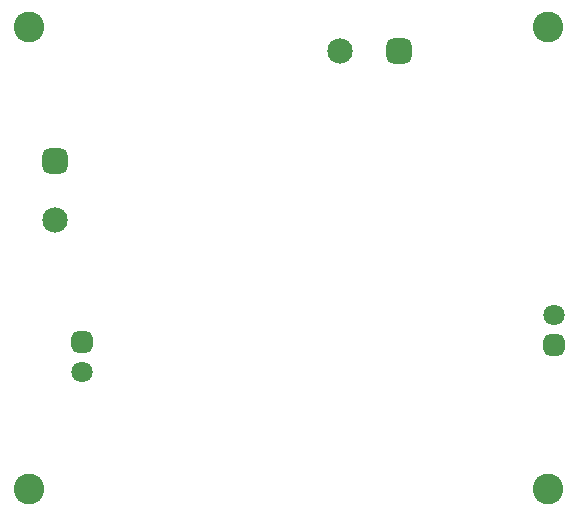
<source format=gbr>
G04*
G04 #@! TF.GenerationSoftware,Altium Limited,Altium Designer,24.1.2 (44)*
G04*
G04 Layer_Color=16711935*
%FSLAX44Y44*%
%MOMM*%
G71*
G04*
G04 #@! TF.SameCoordinates,8F0F3E8E-BFDB-4773-B97D-B54856440852*
G04*
G04*
G04 #@! TF.FilePolarity,Negative*
G04*
G01*
G75*
%ADD26C,2.6032*%
G04:AMPARAMS|DCode=27|XSize=1.8032mm|YSize=1.8032mm|CornerRadius=0.5016mm|HoleSize=0mm|Usage=FLASHONLY|Rotation=270.000|XOffset=0mm|YOffset=0mm|HoleType=Round|Shape=RoundedRectangle|*
%AMROUNDEDRECTD27*
21,1,1.8032,0.8000,0,0,270.0*
21,1,0.8000,1.8032,0,0,270.0*
1,1,1.0032,-0.4000,-0.4000*
1,1,1.0032,-0.4000,0.4000*
1,1,1.0032,0.4000,0.4000*
1,1,1.0032,0.4000,-0.4000*
%
%ADD27ROUNDEDRECTD27*%
%ADD28C,1.8032*%
%ADD29C,2.1532*%
G04:AMPARAMS|DCode=30|XSize=2.1532mm|YSize=2.1532mm|CornerRadius=0.5891mm|HoleSize=0mm|Usage=FLASHONLY|Rotation=180.000|XOffset=0mm|YOffset=0mm|HoleType=Round|Shape=RoundedRectangle|*
%AMROUNDEDRECTD30*
21,1,2.1532,0.9750,0,0,180.0*
21,1,0.9750,2.1532,0,0,180.0*
1,1,1.1782,-0.4875,0.4875*
1,1,1.1782,0.4875,0.4875*
1,1,1.1782,0.4875,-0.4875*
1,1,1.1782,-0.4875,-0.4875*
%
%ADD30ROUNDEDRECTD30*%
G04:AMPARAMS|DCode=31|XSize=2.1532mm|YSize=2.1532mm|CornerRadius=0.5891mm|HoleSize=0mm|Usage=FLASHONLY|Rotation=270.000|XOffset=0mm|YOffset=0mm|HoleType=Round|Shape=RoundedRectangle|*
%AMROUNDEDRECTD31*
21,1,2.1532,0.9750,0,0,270.0*
21,1,0.9750,2.1532,0,0,270.0*
1,1,1.1782,-0.4875,-0.4875*
1,1,1.1782,-0.4875,0.4875*
1,1,1.1782,0.4875,0.4875*
1,1,1.1782,0.4875,-0.4875*
%
%ADD31ROUNDEDRECTD31*%
D26*
X1170940Y985520D02*
D03*
Y594360D02*
D03*
X731520D02*
D03*
Y985520D02*
D03*
D27*
X775970Y718820D02*
D03*
X1176020Y716280D02*
D03*
D28*
X775970Y693420D02*
D03*
X1176020Y741680D02*
D03*
D29*
X994810Y965240D02*
D03*
X753070Y822090D02*
D03*
D30*
X1044810Y965240D02*
D03*
D31*
X753070Y872090D02*
D03*
M02*

</source>
